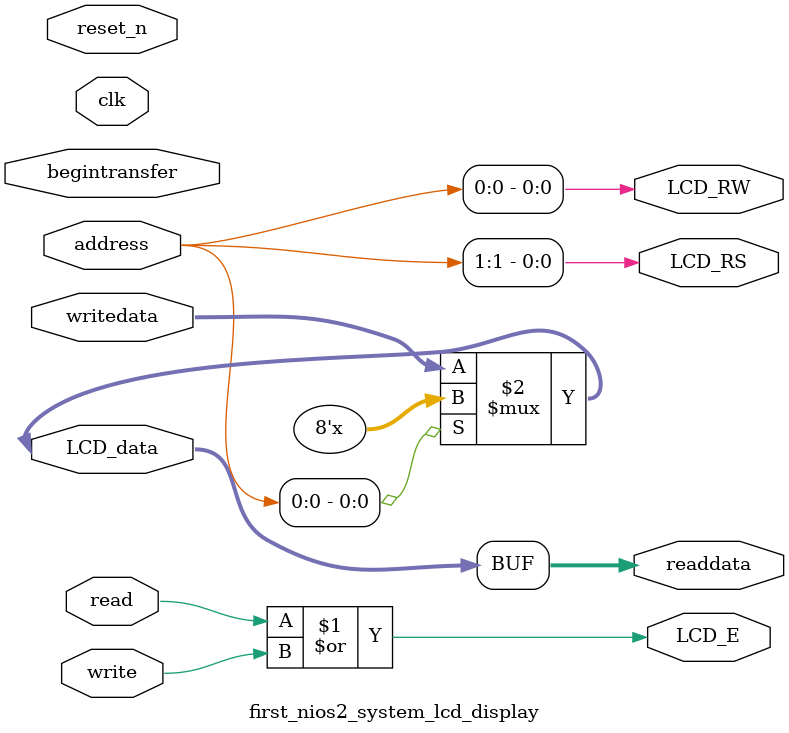
<source format=v>

`timescale 1ns / 1ps
// synthesis translate_on

// turn off superfluous verilog processor warnings 
// altera message_level Level1 
// altera message_off 10034 10035 10036 10037 10230 10240 10030 

module first_nios2_system_lcd_display (
                                        // inputs:
                                         address,
                                         begintransfer,
                                         clk,
                                         read,
                                         reset_n,
                                         write,
                                         writedata,

                                        // outputs:
                                         LCD_E,
                                         LCD_RS,
                                         LCD_RW,
                                         LCD_data,
                                         readdata
                                      )
;

  output           LCD_E;
  output           LCD_RS;
  output           LCD_RW;
  inout   [  7: 0] LCD_data;
  output  [  7: 0] readdata;
  input   [  1: 0] address;
  input            begintransfer;
  input            clk;
  input            read;
  input            reset_n;
  input            write;
  input   [  7: 0] writedata;

  wire             LCD_E;
  wire             LCD_RS;
  wire             LCD_RW;
  wire    [  7: 0] LCD_data;
  wire    [  7: 0] readdata;
  assign LCD_RW = address[0];
  assign LCD_RS = address[1];
  assign LCD_E = read | write;
  assign LCD_data = (address[0]) ? 8'bz : writedata;
  assign readdata = LCD_data;
  //control_slave, which is an e_avalon_slave

endmodule


</source>
